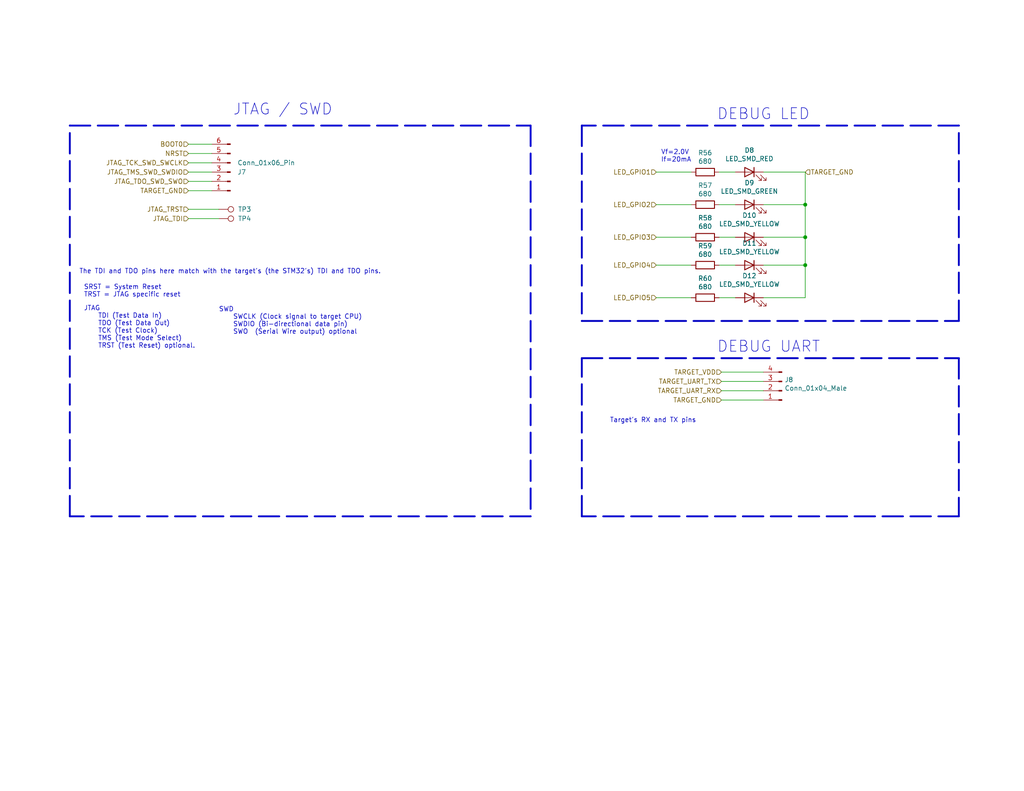
<source format=kicad_sch>
(kicad_sch (version 20231120) (generator "eeschema") (generator_version "8.0")
  (paper "A")
  (title_block (title "DEBUG INTERFACE") (date "2020-05-02"))
  (lib_symbols
    (symbol "Connector:Conn_01x04_Pin" (pin_names (offset 1.016) hide)
      (property "Reference" "J" (at 0 5.08 0))
      (property "Value" "Conn_01x04_Pin" (at 0 -7.62 0))
      (symbol "Conn_01x04_Pin_1_1"
        (polyline (pts (xy 1.27 -5.08) (xy 0.8636 -5.08)) (stroke (width 0.1524)))
        (polyline (pts (xy 1.27 -2.54) (xy 0.8636 -2.54)) (stroke (width 0.1524)))
        (polyline (pts (xy 1.27 0) (xy 0.8636 0)) (stroke (width 0.1524)))
        (polyline (pts (xy 1.27 2.54) (xy 0.8636 2.54)) (stroke (width 0.1524)))
        (rectangle (start 0.8636 -4.953) (end 0 -5.207) (stroke (width 0.1524)) (fill (type outline)))
        (rectangle (start 0.8636 -2.413) (end 0 -2.667) (stroke (width 0.1524)) (fill (type outline)))
        (rectangle (start 0.8636 0.127) (end 0 -0.127) (stroke (width 0.1524)) (fill (type outline)))
        (rectangle (start 0.8636 2.667) (end 0 2.413) (stroke (width 0.1524)) (fill (type outline)))
        (pin passive line (at 5.08 2.54 180) (length 3.81) (name "Pin_1") (number "1"))
        (pin passive line (at 5.08 0 180) (length 3.81) (name "Pin_2") (number "2"))
        (pin passive line (at 5.08 -2.54 180) (length 3.81) (name "Pin_3") (number "3"))
        (pin passive line (at 5.08 -5.08 180) (length 3.81) (name "Pin_4") (number "4"))
      )
    )
    (symbol "Connector:Conn_01x06_Pin" (pin_names (offset 1.016) hide)
      (property "Reference" "J" (at 0 7.62 0))
      (property "Value" "Conn_01x06_Pin" (at 0 -10.16 0))
      (symbol "Conn_01x06_Pin_1_1"
        (polyline (pts (xy 1.27 -7.62) (xy 0.8636 -7.62)) (stroke (width 0.1524)))
        (polyline (pts (xy 1.27 -5.08) (xy 0.8636 -5.08)) (stroke (width 0.1524)))
        (polyline (pts (xy 1.27 -2.54) (xy 0.8636 -2.54)) (stroke (width 0.1524)))
        (polyline (pts (xy 1.27 0) (xy 0.8636 0)) (stroke (width 0.1524)))
        (polyline (pts (xy 1.27 2.54) (xy 0.8636 2.54)) (stroke (width 0.1524)))
        (polyline (pts (xy 1.27 5.08) (xy 0.8636 5.08)) (stroke (width 0.1524)))
        (rectangle (start 0.8636 -7.493) (end 0 -7.747) (stroke (width 0.1524)) (fill (type outline)))
        (rectangle (start 0.8636 -4.953) (end 0 -5.207) (stroke (width 0.1524)) (fill (type outline)))
        (rectangle (start 0.8636 -2.413) (end 0 -2.667) (stroke (width 0.1524)) (fill (type outline)))
        (rectangle (start 0.8636 0.127) (end 0 -0.127) (stroke (width 0.1524)) (fill (type outline)))
        (rectangle (start 0.8636 2.667) (end 0 2.413) (stroke (width 0.1524)) (fill (type outline)))
        (rectangle (start 0.8636 5.207) (end 0 4.953) (stroke (width 0.1524)) (fill (type outline)))
        (pin passive line (at 5.08 5.08 180) (length 3.81) (name "Pin_1") (number "1"))
        (pin passive line (at 5.08 2.54 180) (length 3.81) (name "Pin_2") (number "2"))
        (pin passive line (at 5.08 0 180) (length 3.81) (name "Pin_3") (number "3"))
        (pin passive line (at 5.08 -2.54 180) (length 3.81) (name "Pin_4") (number "4"))
        (pin passive line (at 5.08 -5.08 180) (length 3.81) (name "Pin_5") (number "5"))
        (pin passive line (at 5.08 -7.62 180) (length 3.81) (name "Pin_6") (number "6"))
      )
    )
    (symbol "Connector:TestPoint" (pin_numbers hide) (pin_names (offset 0.762) hide)
      (property "Reference" "TP" (at 0 6.858 0))
      (property "Value" "TestPoint" (at 0 5.08 0))
      (symbol "TestPoint_0_1"
        (circle (center 0 3.302) (radius 0.762))
      )
      (symbol "TestPoint_1_1"
        (pin passive line (at 0 0 90) (length 2.54) (name "1") (number "1"))
      )
    )
    (symbol "Device:LED" (pin_numbers hide) (pin_names (offset 1.016) hide)
      (property "Reference" "D" (at 0 2.54 0))
      (property "Value" "LED" (at 0 -2.54 0))
      (symbol "LED_0_1"
        (polyline (pts (xy -1.27 -1.27) (xy -1.27 1.27)) (stroke (width 0.254)))
        (polyline (pts (xy -1.27 0) (xy 1.27 0)))
        (polyline (pts (xy 1.27 -1.27) (xy 1.27 1.27) (xy -1.27 0) (xy 1.27 -1.27)) (stroke (width 0.254)))
        (polyline (pts (xy -3.048 -0.762) (xy -4.572 -2.286) (xy -3.81 -2.286) (xy -4.572 -2.286) (xy -4.572 -1.524)))
        (polyline (pts (xy -1.778 -0.762) (xy -3.302 -2.286) (xy -2.54 -2.286) (xy -3.302 -2.286) (xy -3.302 -1.524)))
      )
      (symbol "LED_1_1"
        (pin passive line (at -3.81 0 0) (length 2.54) (name "K") (number "1"))
        (pin passive line (at 3.81 0 180) (length 2.54) (name "A") (number "2"))
      )
    )
    (symbol "Device:R" (pin_numbers hide) (pin_names (offset 0))
      (property "Reference" "R" (at 2.032 0 90))
      (property "Value" "R" (at 0 0 90))
      (symbol "R_0_1"
        (rectangle (start -1.016 -2.54) (end 1.016 2.54) (stroke (width 0.254)))
      )
      (symbol "R_1_1"
        (pin passive line (at 0 3.81 270) (length 1.27) (name "~") (number "1"))
        (pin passive line (at 0 -3.81 90) (length 1.27) (name "~") (number "2"))
      )
    )
  )
  (junction (at 219.71 55.88))
  (junction (at 219.71 64.77))
  (junction (at 219.71 72.39))
  (polyline (pts (xy 158.75 97.79) (xy 261.62 97.79)) (stroke (width 0.508) (type dash)))
  (polyline (pts (xy 158.75 87.63) (xy 261.62 87.63)) (stroke (width 0.508) (type dash)))
  (wire (pts (xy 196.215 55.88) (xy 200.66 55.88)))
  (wire (pts (xy 208.28 64.77) (xy 219.71 64.77)))
  (wire (pts (xy 179.07 64.77) (xy 188.595 64.77)))
  (wire (pts (xy 208.28 81.28) (xy 219.71 81.28)))
  (wire (pts (xy 179.07 81.28) (xy 188.595 81.28)))
  (wire (pts (xy 219.71 55.88) (xy 219.71 64.77)))
  (wire (pts (xy 51.435 57.15) (xy 59.69 57.15)))
  (wire (pts (xy 196.215 81.28) (xy 200.66 81.28)))
  (polyline (pts (xy 261.62 140.97) (xy 158.75 140.97)) (stroke (width 0.508) (type dash)))
  (wire (pts (xy 179.07 55.88) (xy 188.595 55.88)))
  (wire (pts (xy 51.435 59.69) (xy 59.69 59.69)))
  (wire (pts (xy 208.28 46.99) (xy 219.71 46.99)))
  (wire (pts (xy 219.71 72.39) (xy 219.71 81.28)))
  (wire (pts (xy 196.85 101.6) (xy 208.28 101.6)))
  (wire (pts (xy 196.85 106.68) (xy 208.28 106.68)))
  (wire (pts (xy 219.71 46.99) (xy 219.71 55.88)))
  (wire (pts (xy 179.07 72.39) (xy 188.595 72.39)))
  (wire (pts (xy 208.28 72.39) (xy 219.71 72.39)))
  (wire (pts (xy 219.71 64.77) (xy 219.71 72.39)))
  (polyline (pts (xy 19.05 34.29) (xy 144.78 34.29)) (stroke (width 0.508) (type dash)))
  (wire (pts (xy 208.28 55.88) (xy 219.71 55.88)))
  (wire (pts (xy 51.435 44.45) (xy 57.785 44.45)))
  (polyline (pts (xy 144.78 34.29) (xy 144.78 140.97)) (stroke (width 0.508) (type dash)))
  (wire (pts (xy 51.435 39.37) (xy 57.785 39.37)))
  (wire (pts (xy 196.215 46.99) (xy 200.66 46.99)))
  (polyline (pts (xy 158.75 34.29) (xy 158.75 87.63)) (stroke (width 0.508) (type dash)))
  (wire (pts (xy 196.215 64.77) (xy 200.66 64.77)))
  (wire (pts (xy 196.215 72.39) (xy 200.66 72.39)))
  (wire (pts (xy 196.85 104.14) (xy 208.28 104.14)))
  (polyline (pts (xy 261.62 97.79) (xy 261.62 140.97)) (stroke (width 0.508) (type dash)))
  (wire (pts (xy 51.435 49.53) (xy 57.785 49.53)))
  (polyline (pts (xy 261.62 87.63) (xy 261.62 34.29)) (stroke (width 0.508) (type dash)))
  (wire (pts (xy 179.07 46.99) (xy 188.595 46.99)))
  (polyline (pts (xy 19.05 140.97) (xy 19.05 34.29)) (stroke (width 0.508) (type dash)))
  (polyline (pts (xy 158.75 140.97) (xy 158.75 97.79)) (stroke (width 0.508) (type dash)))
  (polyline (pts (xy 261.62 34.29) (xy 158.75 34.29)) (stroke (width 0.508) (type dash)))
  (wire (pts (xy 51.435 46.99) (xy 57.785 46.99)))
  (wire (pts (xy 196.85 109.22) (xy 208.28 109.22)))
  (polyline (pts (xy 144.78 140.97) (xy 19.05 140.97)) (stroke (width 0.508) (type dash)))
  (wire (pts (xy 51.435 41.91) (xy 57.785 41.91)))
  (wire (pts (xy 51.435 52.07) (xy 57.785 52.07)))
  (text "The TDI and TDO pins here match with the target's (the STM32's) TDI and TDO pins. \n" (at 21.59 74.93 0) (effects (font (size 1.27 1.27)) (justify left bottom)))
  (text "DEBUG UART" (at 195.58 96.52 0) (effects (font (size 2.9972 2.9972)) (justify left bottom)))
  (text "JTAG    \n    TDI (Test Data In)\n    TDO (Test Data Out)\n    TCK (Test Clock)\n    TMS (Test Mode Select)\n    TRST (Test Reset) optional." (at 22.86 95.25 0) (effects (font (size 1.27 1.27)) (justify left bottom)))
  (text "SRST = System Reset\nTRST = JTAG specific reset" (at 22.86 81.28 0) (effects (font (size 1.27 1.27)) (justify left bottom)))
  (text "JTAG / SWD" (at 63.5 31.75 0) (effects (font (size 2.9972 2.9972)) (justify left bottom)))
  (text "Target's RX and TX pins" (at 166.37 115.57 0) (effects (font (size 1.27 1.27)) (justify left bottom)))
  (text "DEBUG LED\n" (at 195.58 33.02 0) (effects (font (size 2.9972 2.9972)) (justify left bottom)))
  (text "Vf=2.0V \nIf=20mA" (at 180.34 44.45 0) (effects (font (size 1.27 1.27)) (justify left bottom)))
  (text "SWD\n    SWCLK (Clock signal to target CPU)\n    SWDIO (Bi-directional data pin)\n    SWO  (Serial Wire output) optional" (at 59.69 91.44 0) (effects (font (size 1.27 1.27)) (justify left bottom)))
  (hierarchical_label "LED_GPIO5" (shape input) (at 179.07 81.28 180))
  (hierarchical_label "JTAG_TCK_SWD_SWCLK" (shape input) (at 51.435 44.45 180))
  (hierarchical_label "LED_GPIO2" (shape input) (at 179.07 55.88 180))
  (hierarchical_label "TARGET_VDD" (shape input) (at 196.85 101.6 180))
  (hierarchical_label "JTAG_TRST" (shape input) (at 51.435 57.15 180))
  (hierarchical_label "TARGET_GND" (shape input) (at 219.71 46.99 0))
  (hierarchical_label "NRST" (shape input) (at 51.435 41.91 180))
  (hierarchical_label "BOOT0" (shape input) (at 51.435 39.37 180))
  (hierarchical_label "TARGET_UART_RX" (shape input) (at 196.85 106.68 180))
  (hierarchical_label "LED_GPIO4" (shape input) (at 179.07 72.39 180))
  (hierarchical_label "JTAG_TDI" (shape input) (at 51.435 59.69 180))
  (hierarchical_label "TARGET_GND" (shape input) (at 51.435 52.07 180))
  (hierarchical_label "LED_GPIO1" (shape input) (at 179.07 46.99 180))
  (hierarchical_label "JTAG_TDO_SWD_SWO" (shape input) (at 51.435 49.53 180))
  (hierarchical_label "TARGET_GND" (shape input) (at 196.85 109.22 180))
  (hierarchical_label "LED_GPIO3" (shape input) (at 179.07 64.77 180))
  (hierarchical_label "TARGET_UART_TX" (shape input) (at 196.85 104.14 180))
  (hierarchical_label "JTAG_TMS_SWD_SWDIO" (shape input) (at 51.435 46.99 180))
  (symbol (lib_id "Connector:TestPoint") (at 59.69 57.15 270) (unit 1)
    (property "Reference" "TP3" (at 68.58 57.15 90) (effects (justify right)))
    (property "Value" "TP_1x1" (effects (hide yes)))
    (property "Footprint" "TestPoint:TestPoint_Pad_1.0x1.0mm" (effects (hide yes)))
    (property "Description" "test point" (effects (hide yes)))
    (instances (project "" (path "" (reference "TP3") (unit 1))) (project "" (path "" (reference "TP31") (unit 1))))
  )
  (symbol (lib_id "Connector:Conn_01x04_Pin") (at 213.36 106.68 180) (unit 1)
    (property "Reference" "J8" (at 214.0712 103.6828 0) (effects (justify right)))
    (property "Value" "Conn_01x04_Male" (at 214.0712 105.9942 0) (effects (justify right)))
    (property "Footprint" "Connector_PinHeader_2.54mm:PinHeader_1x04_P2.54mm_Vertical" (effects (hide yes)))
    (property "Description" "Generic connector, single row, 01x04, script generated" (effects (hide yes)))
    (property "Mfr. #" "PREC004SBAN-M71RC" (effects (hide yes)))
    (property "Order" "https://www.digikey.com/product-detail/en/sullins-connector-solutions/PREC004SBAN-M71RC/S1112EC-04-ND/2774930" (effects (hide yes)))
  )
  (symbol (lib_id "Device:LED") (at 204.47 46.99 0) (mirror y) (unit 1)
    (property "Reference" "D8" (at 204.47 41.021 0))
    (property "Value" "LED_SMD_RED" (at 204.47 43.3324 0))
    (property "Footprint" "LED_SMD:LED_0603_1608Metric_Pad1.05x0.95mm_HandSolder" (effects (hide yes)))
    (property "Description" "Light emitting diode" (effects (hide yes)))
    (property "Mfr. #" "150060RS75000" (effects (hide yes)))
    (property "Order" "https://www.digikey.com/product-detail/en/w%C3%BCrth-elektronik/150060RS75000/732-4978-1-ND/4489899" (effects (hide yes)))
    (instances (project "" (path "" (reference "D8") (unit 1))) (project "" (path "" (reference "D1") (unit 1))))
  )
  (symbol (lib_id "Device:LED") (at 204.47 72.39 0) (mirror y) (unit 1)
    (property "Reference" "D11" (at 204.47 66.421 0))
    (property "Value" "LED_SMD_YELLOW" (at 204.47 68.7324 0))
    (property "Footprint" "LED_SMD:LED_0603_1608Metric_Pad1.05x0.95mm_HandSolder" (effects (hide yes)))
    (property "Description" "Light emitting diode" (effects (hide yes)))
    (property "Mfr. #" "150060YS75000" (effects (hide yes)))
    (property "Order" "https://www.digikey.com/product-detail/en/w%C3%BCrth-elektronik/150060YS75000/732-4981-1-ND/4489907" (effects (hide yes)))
    (instances (project "" (path "" (reference "D11") (unit 1))) (project "" (path "" (reference "D4") (unit 1))))
  )
  (symbol (lib_id "Connector:TestPoint") (at 59.69 59.69 270) (unit 1)
    (property "Reference" "TP4" (at 68.58 59.69 90) (effects (justify right)))
    (property "Value" "TP_1x1" (effects (hide yes)))
    (property "Footprint" "TestPoint:TestPoint_Pad_1.0x1.0mm" (effects (hide yes)))
    (property "Description" "test point" (effects (hide yes)))
    (instances (project "" (path "" (reference "TP4") (unit 1))) (project "" (path "" (reference "TP32") (unit 1))))
  )
  (symbol (lib_id "Device:LED") (at 204.47 55.88 0) (mirror y) (unit 1)
    (property "Reference" "D9" (at 204.47 49.911 0))
    (property "Value" "LED_SMD_GREEN" (at 204.47 52.2224 0))
    (property "Footprint" "LED_SMD:LED_0603_1608Metric_Pad1.05x0.95mm_HandSolder" (effects (hide yes)))
    (property "Description" "Light emitting diode" (effects (hide yes)))
    (property "Mfr. #" "150060VS75000" (effects (hide yes)))
    (property "Order" "https://www.digikey.com/product-detail/en/w%C3%BCrth-elektronik/150060VS75000/732-4980-1-ND/4489904" (effects (hide yes)))
    (instances (project "" (path "" (reference "D9") (unit 1))) (project "" (path "" (reference "D2") (unit 1))))
  )
  (symbol (lib_id "Device:LED") (at 204.47 64.77 0) (mirror y) (unit 1)
    (property "Reference" "D10" (at 204.47 58.801 0))
    (property "Value" "LED_SMD_YELLOW" (at 204.47 61.1124 0))
    (property "Footprint" "LED_SMD:LED_0603_1608Metric_Pad1.05x0.95mm_HandSolder" (effects (hide yes)))
    (property "Description" "Light emitting diode" (effects (hide yes)))
    (property "Mfr. #" "150060YS75000" (effects (hide yes)))
    (property "Order" "https://www.digikey.com/product-detail/en/w%C3%BCrth-elektronik/150060YS75000/732-4981-1-ND/4489907" (effects (hide yes)))
    (instances (project "" (path "" (reference "D10") (unit 1))) (project "" (path "" (reference "D3") (unit 1))))
  )
  (symbol (lib_id "Device:LED") (at 204.47 81.28 0) (mirror y) (unit 1)
    (property "Reference" "D12" (at 204.47 75.311 0))
    (property "Value" "LED_SMD_YELLOW" (at 204.47 77.6224 0))
    (property "Footprint" "LED_SMD:LED_0603_1608Metric_Pad1.05x0.95mm_HandSolder" (effects (hide yes)))
    (property "Description" "Light emitting diode" (effects (hide yes)))
    (property "Mfr. #" "150060YS75000" (effects (hide yes)))
    (property "Order" "https://www.digikey.com/product-detail/en/w%C3%BCrth-elektronik/150060YS75000/732-4981-1-ND/4489907" (effects (hide yes)))
    (instances (project "" (path "" (reference "D12") (unit 1))) (project "" (path "" (reference "D5") (unit 1))))
  )
  (symbol (lib_id "Device:R") (at 192.405 55.88 270) (unit 1)
    (property "Reference" "R57" (at 192.405 50.6222 90))
    (property "Value" "680" (at 192.405 52.9336 90))
    (property "Footprint" "Resistor_SMD:R_0402_1005Metric_Pad0.72x0.64mm_HandSolder" (effects (hide yes)))
    (property "Datasheet" "https://www.mouser.com/datasheet/2/427/dcrcwe3-1762152.pdf" (effects (hide yes)))
    (property "Mfr. #" "CRCW0603330RJNEA" (effects (hide yes)))
    (property "Order" "https://www.mouser.com/ProductDetail/Vishay-Dale/CRCW0603330RJNEA?qs=sGAEpiMZZMvdGkrng054txEw7b1YnvGuOZy2K9Wfq5k%3D" (effects (hide yes)))
    (instances (project "EPS" (path "" (reference "R57") (unit 1))) (project "" (path "" (reference "R36") (unit 1))))
  )
  (symbol (lib_id "Connector:Conn_01x06_Pin") (at 62.865 46.99 180) (unit 1)
    (property "Reference" "J7" (at 64.77 46.9901 0) (effects (justify right)))
    (property "Value" "Conn_01x06_Pin" (at 64.77 44.4501 0) (effects (justify right)))
    (property "Footprint" "Connector_PinHeader_2.54mm:PinHeader_1x06_P2.54mm_Vertical" (effects (hide yes)))
    (property "Description" "Generic connector, single row, 01x06, script generated" (effects (hide yes)))
  )
  (symbol (lib_id "Device:R") (at 192.405 64.77 270) (unit 1)
    (property "Reference" "R58" (at 192.405 59.5122 90))
    (property "Value" "680" (at 192.405 61.8236 90))
    (property "Footprint" "Resistor_SMD:R_0402_1005Metric_Pad0.72x0.64mm_HandSolder" (effects (hide yes)))
    (property "Datasheet" "https://www.mouser.com/datasheet/2/427/dcrcwe3-1762152.pdf" (effects (hide yes)))
    (property "Mfr. #" "CRCW0603330RJNEA" (effects (hide yes)))
    (property "Order" "https://www.mouser.com/ProductDetail/Vishay-Dale/CRCW0603330RJNEA?qs=sGAEpiMZZMvdGkrng054txEw7b1YnvGuOZy2K9Wfq5k%3D" (effects (hide yes)))
    (instances (project "EPS" (path "" (reference "R58") (unit 1))) (project "" (path "" (reference "R37") (unit 1))))
  )
  (symbol (lib_id "Device:R") (at 192.405 72.39 270) (unit 1)
    (property "Reference" "R59" (at 192.405 67.1322 90))
    (property "Value" "680" (at 192.405 69.4436 90))
    (property "Footprint" "Resistor_SMD:R_0402_1005Metric_Pad0.72x0.64mm_HandSolder" (effects (hide yes)))
    (property "Datasheet" "https://www.mouser.com/datasheet/2/427/dcrcwe3-1762152.pdf" (effects (hide yes)))
    (property "Mfr. #" "CRCW0603330RJNEA" (effects (hide yes)))
    (property "Order" "https://www.mouser.com/ProductDetail/Vishay-Dale/CRCW0603330RJNEA?qs=sGAEpiMZZMvdGkrng054txEw7b1YnvGuOZy2K9Wfq5k%3D" (effects (hide yes)))
    (instances (project "EPS" (path "" (reference "R59") (unit 1))) (project "" (path "" (reference "R38") (unit 1))))
  )
  (symbol (lib_id "Device:R") (at 192.405 46.99 270) (unit 1)
    (property "Reference" "R56" (at 192.405 41.7322 90))
    (property "Value" "680" (at 192.405 44.0436 90))
    (property "Footprint" "Resistor_SMD:R_0402_1005Metric_Pad0.72x0.64mm_HandSolder" (effects (hide yes)))
    (property "Datasheet" "https://www.mouser.com/datasheet/2/427/dcrcwe3-1762152.pdf" (effects (hide yes)))
    (property "Mfr. #" "CRCW0603330RJNEA" (effects (hide yes)))
    (property "Order" "https://www.mouser.com/ProductDetail/Vishay-Dale/CRCW0603330RJNEA?qs=sGAEpiMZZMvdGkrng054txEw7b1YnvGuOZy2K9Wfq5k%3D" (effects (hide yes)))
    (instances (project "EPS" (path "" (reference "R56") (unit 1))) (project "" (path "" (reference "R35") (unit 1))))
  )
  (symbol (lib_id "Device:R") (at 192.405 81.28 270) (unit 1)
    (property "Reference" "R60" (at 192.405 76.0222 90))
    (property "Value" "680" (at 192.405 78.3336 90))
    (property "Footprint" "Resistor_SMD:R_0402_1005Metric_Pad0.72x0.64mm_HandSolder" (effects (hide yes)))
    (property "Datasheet" "https://www.mouser.com/datasheet/2/427/dcrcwe3-1762152.pdf" (effects (hide yes)))
    (property "Mfr. #" "CRCW0603330RJNEA" (effects (hide yes)))
    (property "Order" "https://www.mouser.com/ProductDetail/Vishay-Dale/CRCW0603330RJNEA?qs=sGAEpiMZZMvdGkrng054txEw7b1YnvGuOZy2K9Wfq5k%3D" (effects (hide yes)))
    (instances (project "EPS" (path "" (reference "R60") (unit 1))) (project "" (path "" (reference "R39") (unit 1))))
  )
)
</source>
